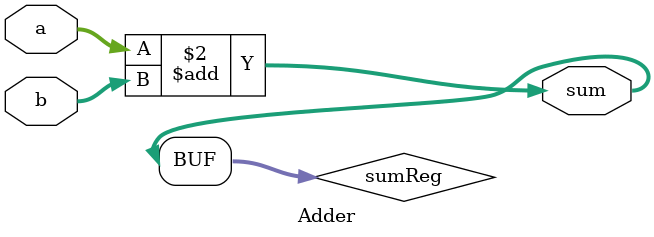
<source format=v>
module Adder (
    input signed [31:0] a,
    input signed [31:0] b,
    output signed [31:0] sum
);
    // Adder computes sum = a + b
    // The module is useful when accumulating PC (Program Counter)
    
    // TODO: implement your Adder here
    // Hint: you can use operator to implement (just add it)
    reg [31:0] sumReg;
    assign sum=sumReg;
    always@(*) begin
        sumReg=a+b;
    end
endmodule


</source>
